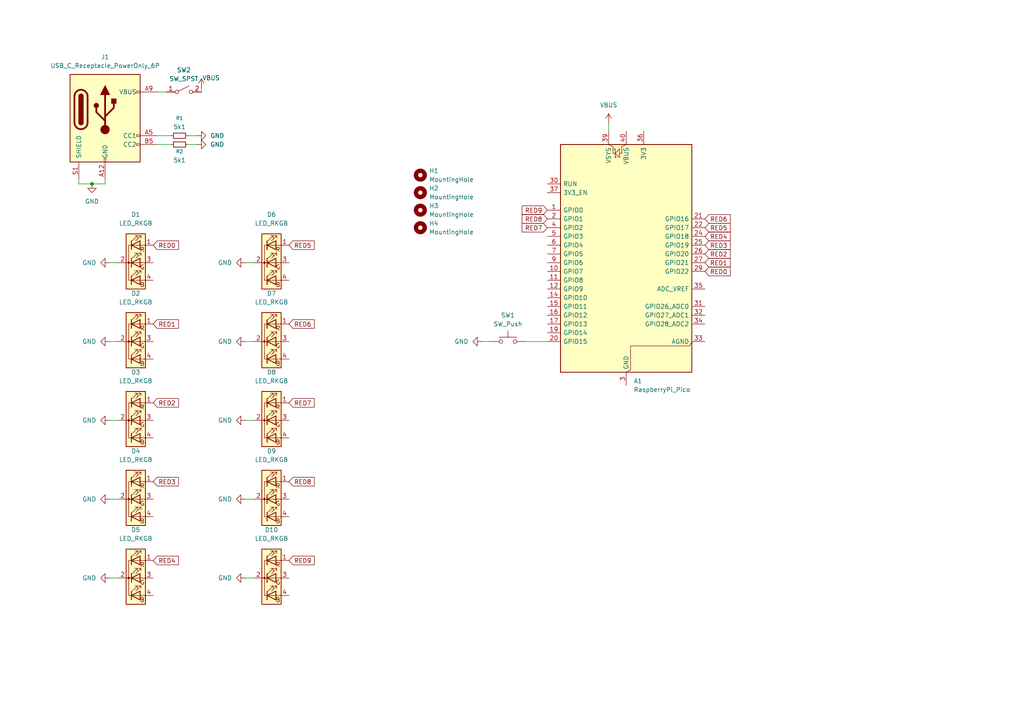
<source format=kicad_sch>
(kicad_sch (version 20250114) (generator "eeschema") (generator_version "9.0")
  (paper "A4")
  (lib_symbols
    (symbol "Connector:USB_C_Receptacle_PowerOnly_6P" (pin_names (offset 1.016))
      (property "Reference" "J" (at 0 16.51 0))
      (property "Value" "USB_C_Receptacle_PowerOnly_6P" (at 0 13.97 0))
      (symbol "USB_C_Receptacle_PowerOnly_6P_0_0"
        (rectangle (start -0.254 -12.7) (end 0.254 -11.684))
        (rectangle (start 10.16 7.874) (end 9.144 7.366))
        (rectangle (start 10.16 -4.826) (end 9.144 -5.334))
        (rectangle (start 10.16 -7.366) (end 9.144 -7.874))
      )
      (symbol "USB_C_Receptacle_PowerOnly_6P_0_1"
        (rectangle (start -10.16 12.7) (end 10.16 -12.7) (stroke (width 0.254)) (fill (type background)))
        (polyline (pts (xy -8.89 -1.27) (xy -8.89 6.35)) (stroke (width 0.508)))
        (rectangle (start -7.62 -1.27) (end -6.35 6.35) (stroke (width 0.254)) (fill (type outline)))
        (arc (start -7.62 6.35) (mid -6.985 6.9823) (end -6.35 6.35) (stroke (width 0.254)))
        (arc (start -7.62 6.35) (mid -6.985 6.9823) (end -6.35 6.35) (stroke (width 0.254)) (fill (type outline)))
        (arc (start -8.89 6.35) (mid -6.985 8.2467) (end -5.08 6.35) (stroke (width 0.508)))
        (arc (start -5.08 -1.27) (mid -6.985 -3.1667) (end -8.89 -1.27) (stroke (width 0.508)))
        (arc (start -6.35 -1.27) (mid -6.985 -1.9023) (end -7.62 -1.27) (stroke (width 0.254)))
        (arc (start -6.35 -1.27) (mid -6.985 -1.9023) (end -7.62 -1.27) (stroke (width 0.254)) (fill (type outline)))
        (polyline (pts (xy -5.08 6.35) (xy -5.08 -1.27)) (stroke (width 0.508)))
        (circle (center -2.54 3.683) (radius 0.635) (stroke (width 0.254)) (fill (type outline)))
        (polyline (pts (xy -1.27 6.858) (xy 0 9.398) (xy 1.27 6.858) (xy -1.27 6.858)) (stroke (width 0.254)) (fill (type outline)))
        (polyline (pts (xy 0 0.508) (xy 2.54 3.048) (xy 2.54 4.318)) (stroke (width 0.508)))
        (polyline (pts (xy 0 -0.762) (xy -2.54 1.778) (xy -2.54 3.048)) (stroke (width 0.508)))
        (polyline (pts (xy 0 -3.302) (xy 0 6.858)) (stroke (width 0.508)))
        (circle (center 0 -3.302) (radius 1.27) (fill (type outline)))
        (rectangle (start 1.905 4.318) (end 3.175 5.588) (stroke (width 0.254)) (fill (type outline)))
      )
      (symbol "USB_C_Receptacle_PowerOnly_6P_1_1"
        (pin passive line (at -7.62 -17.78 90) (length 5.08) (name "SHIELD") (number "S1"))
        (pin passive line (at 0 -17.78 90) (length 5.08) (name "GND") (number "A12"))
        (pin passive line (at 0 -17.78 90) (length 5.08) (hide yes) (name "GND") (number "B12"))
        (pin passive line (at 15.24 7.62 180) (length 5.08) (name "VBUS") (number "A9"))
        (pin passive line (at 15.24 7.62 180) (length 5.08) (hide yes) (name "VBUS") (number "B9"))
        (pin bidirectional line (at 15.24 -5.08 180) (length 5.08) (name "CC1") (number "A5"))
        (pin bidirectional line (at 15.24 -7.62 180) (length 5.08) (name "CC2") (number "B5"))
      )
    )
    (symbol "Device:LED_RKGB" (pin_names (offset 0) (hide yes))
      (property "Reference" "D" (at 0 9.398 0))
      (property "Value" "LED_RKGB" (at 0 -8.89 0))
      (symbol "LED_RKGB_0_0"
        (text "R" (at 1.905 3.81 0) (effects (font (size 1.27 1.27))))
        (text "G" (at 1.905 -1.27 0) (effects (font (size 1.27 1.27))))
        (text "B" (at 1.905 -6.35 0) (effects (font (size 1.27 1.27))))
      )
      (symbol "LED_RKGB_0_1"
        (circle (center -2.032 0) (radius 0.254) (fill (type outline)))
        (polyline (pts (xy -1.27 6.35) (xy -1.27 3.81)) (stroke (width 0.254)))
        (polyline (pts (xy -1.27 6.35) (xy -1.27 3.81) (xy -1.27 3.81)))
        (polyline (pts (xy -1.27 5.08) (xy 1.27 5.08)))
        (polyline (pts (xy -1.27 5.08) (xy -2.032 5.08) (xy -2.032 -5.08) (xy -1.016 -5.08)))
        (polyline (pts (xy -1.27 1.27) (xy -1.27 -1.27)) (stroke (width 0.254)))
        (polyline (pts (xy -1.27 1.27) (xy -1.27 -1.27) (xy -1.27 -1.27)))
        (polyline (pts (xy -1.27 0) (xy -2.54 0)))
        (polyline (pts (xy -1.27 -3.81) (xy -1.27 -6.35)) (stroke (width 0.254)))
        (polyline (pts (xy -1.27 -5.08) (xy 1.27 -5.08)))
        (polyline (pts (xy -1.016 6.35) (xy 0.508 7.874) (xy -0.254 7.874) (xy 0.508 7.874) (xy 0.508 7.112)))
        (polyline (pts (xy -1.016 1.27) (xy 0.508 2.794) (xy -0.254 2.794) (xy 0.508 2.794) (xy 0.508 2.032)))
        (polyline (pts (xy -1.016 -3.81) (xy 0.508 -2.286) (xy -0.254 -2.286) (xy 0.508 -2.286) (xy 0.508 -3.048)))
        (polyline (pts (xy 0 6.35) (xy 1.524 7.874) (xy 0.762 7.874) (xy 1.524 7.874) (xy 1.524 7.112)))
        (polyline (pts (xy 0 1.27) (xy 1.524 2.794) (xy 0.762 2.794) (xy 1.524 2.794) (xy 1.524 2.032)))
        (polyline (pts (xy 0 -3.81) (xy 1.524 -2.286) (xy 0.762 -2.286) (xy 1.524 -2.286) (xy 1.524 -3.048)))
        (polyline (pts (xy 1.27 6.35) (xy 1.27 3.81) (xy -1.27 5.08) (xy 1.27 6.35)) (stroke (width 0.254)))
        (rectangle (start 1.27 6.35) (end 1.27 6.35))
        (polyline (pts (xy 1.27 5.08) (xy 2.54 5.08)))
        (rectangle (start 1.27 3.81) (end 1.27 6.35))
        (polyline (pts (xy 1.27 1.27) (xy 1.27 -1.27) (xy -1.27 0) (xy 1.27 1.27)) (stroke (width 0.254)))
        (rectangle (start 1.27 1.27) (end 1.27 1.27))
        (polyline (pts (xy 1.27 0) (xy -1.27 0)))
        (polyline (pts (xy 1.27 0) (xy 2.54 0)))
        (rectangle (start 1.27 -1.27) (end 1.27 1.27))
        (polyline (pts (xy 1.27 -3.81) (xy 1.27 -6.35) (xy -1.27 -5.08) (xy 1.27 -3.81)) (stroke (width 0.254)))
        (polyline (pts (xy 1.27 -5.08) (xy 2.54 -5.08)))
        (rectangle (start 2.794 8.382) (end -2.794 -7.62) (stroke (width 0.254)) (fill (type background)))
      )
      (symbol "LED_RKGB_1_1"
        (pin passive line (at -5.08 0 0) (length 2.54) (name "K") (number "2"))
        (pin passive line (at 5.08 5.08 180) (length 2.54) (name "RA") (number "1"))
        (pin passive line (at 5.08 0 180) (length 2.54) (name "GA") (number "3"))
        (pin passive line (at 5.08 -5.08 180) (length 2.54) (name "BA") (number "4"))
      )
    )
    (symbol "Device:R_Small" (pin_numbers (hide yes)) (pin_names (offset 0.254) (hide yes))
      (property "Reference" "R" (at 0 0 90))
      (property "Value" "R_Small" (at 1.778 0 90))
      (symbol "R_Small_0_1"
        (rectangle (start -0.762 1.778) (end 0.762 -1.778) (stroke (width 0.2032)))
      )
      (symbol "R_Small_1_1"
        (pin passive line (at 0 2.54 270) (length 0.762) (name "~") (number "1"))
        (pin passive line (at 0 -2.54 90) (length 0.762) (name "~") (number "2"))
      )
    )
    (symbol "MCU_Module:RaspberryPi_Pico" (pin_names (offset 0.762))
      (property "Reference" "A" (at -19.05 35.56 0))
      (property "Value" "RaspberryPi_Pico" (at 7.62 35.56 0))
      (symbol "RaspberryPi_Pico_0_1"
        (rectangle (start -19.05 34.29) (end 19.05 -31.75) (stroke (width 0.254)) (fill (type background)))
        (polyline (pts (xy -5.08 34.29) (xy -3.81 33.655) (xy -3.81 31.75) (xy -3.175 31.75)))
        (polyline (pts (xy -3.429 32.766) (xy -3.429 33.02) (xy -3.175 33.02) (xy -3.175 30.48) (xy -2.921 30.48) (xy -2.921 30.734)))
        (polyline (pts (xy -3.175 31.75) (xy -1.905 33.02) (xy -1.905 30.48) (xy -3.175 31.75)))
        (polyline (pts (xy 0 34.29) (xy -1.27 33.655) (xy -1.27 31.75) (xy -1.905 31.75)))
        (polyline (pts (xy 0 -31.75) (xy 1.27 -31.115) (xy 1.27 -24.13) (xy 18.415 -24.13) (xy 19.05 -22.86)))
      )
      (symbol "RaspberryPi_Pico_1_1"
        (pin passive line (at -22.86 22.86 0) (length 3.81) (name "RUN") (number "30"))
        (pin passive line (at -22.86 20.32 0) (length 3.81) (name "3V3_EN") (number "37"))
        (pin bidirectional line (at -22.86 15.24 0) (length 3.81) (name "GPIO0") (number "1"))
        (pin bidirectional line (at -22.86 12.7 0) (length 3.81) (name "GPIO1") (number "2"))
        (pin bidirectional line (at -22.86 10.16 0) (length 3.81) (name "GPIO2") (number "4"))
        (pin bidirectional line (at -22.86 7.62 0) (length 3.81) (name "GPIO3") (number "5"))
        (pin bidirectional line (at -22.86 5.08 0) (length 3.81) (name "GPIO4") (number "6"))
        (pin bidirectional line (at -22.86 2.54 0) (length 3.81) (name "GPIO5") (number "7"))
        (pin bidirectional line (at -22.86 0 0) (length 3.81) (name "GPIO6") (number "9"))
        (pin bidirectional line (at -22.86 -2.54 0) (length 3.81) (name "GPIO7") (number "10"))
        (pin bidirectional line (at -22.86 -5.08 0) (length 3.81) (name "GPIO8") (number "11"))
        (pin bidirectional line (at -22.86 -7.62 0) (length 3.81) (name "GPIO9") (number "12"))
        (pin bidirectional line (at -22.86 -10.16 0) (length 3.81) (name "GPIO10") (number "14"))
        (pin bidirectional line (at -22.86 -12.7 0) (length 3.81) (name "GPIO11") (number "15"))
        (pin bidirectional line (at -22.86 -15.24 0) (length 3.81) (name "GPIO12") (number "16"))
        (pin bidirectional line (at -22.86 -17.78 0) (length 3.81) (name "GPIO13") (number "17"))
        (pin bidirectional line (at -22.86 -20.32 0) (length 3.81) (name "GPIO14") (number "19"))
        (pin bidirectional line (at -22.86 -22.86 0) (length 3.81) (name "GPIO15") (number "20"))
        (pin power_in line (at -5.08 38.1 270) (length 3.81) (name "VSYS") (number "39"))
        (pin power_out line (at 0 38.1 270) (length 3.81) (name "VBUS") (number "40"))
        (pin passive line (at 0 -35.56 90) (length 3.81) (hide yes) (name "GND") (number "13"))
        (pin passive line (at 0 -35.56 90) (length 3.81) (hide yes) (name "GND") (number "18"))
        (pin passive line (at 0 -35.56 90) (length 3.81) (hide yes) (name "GND") (number "23"))
        (pin passive line (at 0 -35.56 90) (length 3.81) (hide yes) (name "GND") (number "28"))
        (pin power_out line (at 0 -35.56 90) (length 3.81) (name "GND") (number "3"))
        (pin passive line (at 0 -35.56 90) (length 3.81) (hide yes) (name "GND") (number "38"))
        (pin passive line (at 0 -35.56 90) (length 3.81) (hide yes) (name "GND") (number "8"))
        (pin power_out line (at 5.08 38.1 270) (length 3.81) (name "3V3") (number "36"))
        (pin bidirectional line (at 22.86 12.7 180) (length 3.81) (name "GPIO16") (number "21"))
        (pin bidirectional line (at 22.86 10.16 180) (length 3.81) (name "GPIO17") (number "22"))
        (pin bidirectional line (at 22.86 7.62 180) (length 3.81) (name "GPIO18") (number "24"))
        (pin bidirectional line (at 22.86 5.08 180) (length 3.81) (name "GPIO19") (number "25"))
        (pin bidirectional line (at 22.86 2.54 180) (length 3.81) (name "GPIO20") (number "26"))
        (pin bidirectional line (at 22.86 0 180) (length 3.81) (name "GPIO21") (number "27"))
        (pin bidirectional line (at 22.86 -2.54 180) (length 3.81) (name "GPIO22") (number "29"))
        (pin power_in line (at 22.86 -7.62 180) (length 3.81) (name "ADC_VREF") (number "35"))
        (pin bidirectional line (at 22.86 -12.7 180) (length 3.81) (name "GPIO26_ADC0") (number "31"))
        (pin bidirectional line (at 22.86 -15.24 180) (length 3.81) (name "GPIO27_ADC1") (number "32"))
        (pin bidirectional line (at 22.86 -17.78 180) (length 3.81) (name "GPIO28_ADC2") (number "34"))
        (pin power_out line (at 22.86 -22.86 180) (length 3.81) (name "AGND") (number "33"))
      )
    )
    (symbol "Mechanical:MountingHole" (pin_names (offset 1.016)) (in_bom no)
      (property "Reference" "H" (at 0 5.08 0))
      (property "Value" "MountingHole" (at 0 3.175 0))
      (symbol "MountingHole_0_1"
        (circle (center 0 0) (radius 1.27) (stroke (width 1.27)))
      )
    )
    (symbol "Switch:SW_Push" (pin_numbers (hide yes)) (pin_names (offset 1.016) (hide yes))
      (property "Reference" "SW" (at 1.27 2.54 0))
      (property "Value" "SW_Push" (at 0 -1.524 0))
      (symbol "SW_Push_0_1"
        (circle (center -2.032 0) (radius 0.508))
        (polyline (pts (xy 0 1.27) (xy 0 3.048)))
        (circle (center 2.032 0) (radius 0.508))
        (polyline (pts (xy 2.54 1.27) (xy -2.54 1.27)))
        (pin passive line (at -5.08 0 0) (length 2.54) (name "1") (number "1"))
        (pin passive line (at 5.08 0 180) (length 2.54) (name "2") (number "2"))
      )
    )
    (symbol "Switch:SW_SPST" (pin_names (offset 0) (hide yes))
      (property "Reference" "SW" (at 0 3.175 0))
      (property "Value" "SW_SPST" (at 0 -2.54 0))
      (symbol "SW_SPST_0_0"
        (circle (center -2.032 0) (radius 0.508))
        (polyline (pts (xy -1.524 0.254) (xy 1.524 1.778)))
        (circle (center 2.032 0) (radius 0.508))
      )
      (symbol "SW_SPST_1_1"
        (pin passive line (at -5.08 0 0) (length 2.54) (name "A") (number "1"))
        (pin passive line (at 5.08 0 180) (length 2.54) (name "B") (number "2"))
      )
    )
    (symbol "power:GND" (power) (pin_numbers (hide yes)) (pin_names (offset 0) (hide yes))
      (property "Value" "GND" (at 0 -3.81 0))
      (symbol "GND_0_1"
        (polyline (pts (xy 0 0) (xy 0 -1.27) (xy 1.27 -1.27) (xy 0 -2.54) (xy -1.27 -1.27) (xy 0 -1.27)))
      )
      (symbol "GND_1_1"
        (pin power_in line (at 0 0 270) (length 0) (name "~") (number "1"))
      )
    )
    (symbol "power:VBUS" (power) (pin_numbers (hide yes)) (pin_names (offset 0) (hide yes))
      (property "Value" "VBUS" (at 0 3.556 0))
      (symbol "VBUS_0_1"
        (polyline (pts (xy -0.762 1.27) (xy 0 2.54)))
        (polyline (pts (xy 0 2.54) (xy 0.762 1.27)))
        (polyline (pts (xy 0 0) (xy 0 2.54)))
      )
      (symbol "VBUS_1_1"
        (pin power_in line (at 0 0 90) (length 0) (name "~") (number "1"))
      )
    )
  )
  (junction (at 26.67 53.34))
  (wire (pts (xy 73.66 99.06) (xy 71.12 99.06)))
  (wire (pts (xy 22.86 52.07) (xy 22.86 53.34)))
  (wire (pts (xy 22.86 53.34) (xy 26.67 53.34)))
  (wire (pts (xy 34.29 99.06) (xy 31.75 99.06)))
  (wire (pts (xy 34.29 167.64) (xy 31.75 167.64)))
  (wire (pts (xy 45.72 39.37) (xy 49.53 39.37)))
  (wire (pts (xy 34.29 144.78) (xy 31.75 144.78)))
  (wire (pts (xy 30.48 53.34) (xy 30.48 52.07)))
  (wire (pts (xy 73.66 76.2) (xy 71.12 76.2)))
  (wire (pts (xy 73.66 121.92) (xy 71.12 121.92)))
  (wire (pts (xy 34.29 121.92) (xy 31.75 121.92)))
  (wire (pts (xy 26.67 53.34) (xy 30.48 53.34)))
  (wire (pts (xy 158.75 99.06) (xy 152.4 99.06)))
  (wire (pts (xy 73.66 167.64) (xy 71.12 167.64)))
  (wire (pts (xy 34.29 76.2) (xy 31.75 76.2)))
  (wire (pts (xy 58.42 26.67) (xy 58.42 25.4)))
  (wire (pts (xy 54.61 39.37) (xy 57.15 39.37)))
  (wire (pts (xy 142.24 99.06) (xy 139.7 99.06)))
  (wire (pts (xy 73.66 144.78) (xy 71.12 144.78)))
  (wire (pts (xy 176.53 35.56) (xy 176.53 38.1)))
  (wire (pts (xy 45.72 41.91) (xy 49.53 41.91)))
  (wire (pts (xy 45.72 26.67) (xy 48.26 26.67)))
  (wire (pts (xy 54.61 41.91) (xy 57.15 41.91)))
  (global_label "RED0" (shape input) (at 44.45 71.12 0) (property "Intersheetrefs" "${INTERSHEET_REFS}" (effects (hide yes))))
  (global_label "RED2" (shape input) (at 204.47 73.66 0) (property "Intersheetrefs" "${INTERSHEET_REFS}" (effects (hide yes))))
  (global_label "RED6" (shape input) (at 204.47 63.5 0) (property "Intersheetrefs" "${INTERSHEET_REFS}" (effects (hide yes))))
  (global_label "RED2" (shape input) (at 44.45 116.84 0) (property "Intersheetrefs" "${INTERSHEET_REFS}" (effects (hide yes))))
  (global_label "RED4" (shape input) (at 204.47 68.58 0) (property "Intersheetrefs" "${INTERSHEET_REFS}" (effects (hide yes))))
  (global_label "RED7" (shape input) (at 83.82 116.84 0) (property "Intersheetrefs" "${INTERSHEET_REFS}" (effects (hide yes))))
  (global_label "RED3" (shape input) (at 204.47 71.12 0) (property "Intersheetrefs" "${INTERSHEET_REFS}" (effects (hide yes))))
  (global_label "RED4" (shape input) (at 44.45 162.56 0) (property "Intersheetrefs" "${INTERSHEET_REFS}" (effects (hide yes))))
  (global_label "RED5" (shape input) (at 83.82 71.12 0) (property "Intersheetrefs" "${INTERSHEET_REFS}" (effects (hide yes))))
  (global_label "RED7" (shape input) (at 158.75 66.04 180) (property "Intersheetrefs" "${INTERSHEET_REFS}" (effects (hide yes))))
  (global_label "RED1" (shape input) (at 204.47 76.2 0) (property "Intersheetrefs" "${INTERSHEET_REFS}" (effects (hide yes))))
  (global_label "RED6" (shape input) (at 83.82 93.98 0) (property "Intersheetrefs" "${INTERSHEET_REFS}" (effects (hide yes))))
  (global_label "RED3" (shape input) (at 44.45 139.7 0) (property "Intersheetrefs" "${INTERSHEET_REFS}" (effects (hide yes))))
  (global_label "RED0" (shape input) (at 204.47 78.74 0) (property "Intersheetrefs" "${INTERSHEET_REFS}" (effects (hide yes))))
  (global_label "RED8" (shape input) (at 158.75 63.5 180) (property "Intersheetrefs" "${INTERSHEET_REFS}" (effects (hide yes))))
  (global_label "RED9" (shape input) (at 158.75 60.96 180) (property "Intersheetrefs" "${INTERSHEET_REFS}" (effects (hide yes))))
  (global_label "RED8" (shape input) (at 83.82 139.7 0) (property "Intersheetrefs" "${INTERSHEET_REFS}" (effects (hide yes))))
  (global_label "RED1" (shape input) (at 44.45 93.98 0) (property "Intersheetrefs" "${INTERSHEET_REFS}" (effects (hide yes))))
  (global_label "RED5" (shape input) (at 204.47 66.04 0) (property "Intersheetrefs" "${INTERSHEET_REFS}" (effects (hide yes))))
  (global_label "RED9" (shape input) (at 83.82 162.56 0) (property "Intersheetrefs" "${INTERSHEET_REFS}" (effects (hide yes))))
  (symbol (lib_id "Device:LED_RKGB") (at 39.37 144.78 0) (unit 1)
    (property "Reference" "D4" (at 39.37 130.81 0))
    (property "Value" "LED_RKGB" (at 39.37 133.35 0))
    (property "Footprint" "LED_THT:LED_D5.0mm-4_RGB" (effects (hide yes)))
    (property "Description" "RGB LED, red/cathode/green/blue" (effects (hide yes)))
  )
  (symbol (lib_id "Device:LED_RKGB") (at 78.74 167.64 0) (unit 1)
    (property "Reference" "D10" (at 78.74 153.67 0))
    (property "Value" "LED_RKGB" (at 78.74 156.21 0))
    (property "Footprint" "LED_THT:LED_D5.0mm-4_RGB" (effects (hide yes)))
    (property "Description" "RGB LED, red/cathode/green/blue" (effects (hide yes)))
  )
  (symbol (lib_id "Mechanical:MountingHole") (at 121.92 66.04 0) (unit 1) (in_bom no)
    (property "Reference" "H4" (at 124.46 64.7699 0) (effects (justify left)))
    (property "Value" "MountingHole" (at 124.46 67.3099 0) (effects (justify left)))
    (property "Footprint" "MountingHole:MountingHole_3mm" (effects (hide yes)))
    (property "Description" "Mounting Hole without connection" (effects (hide yes)))
  )
  (symbol (lib_id "power:GND") (at 71.12 144.78 270) (unit 1)
    (property "Reference" "#PWR015" (effects (hide yes)))
    (property "Value" "GND" (at 67.31 144.7801 90) (effects (justify right)))
    (property "Description" "Power symbol creates a global label with name \"GND\" , ground" (effects (hide yes)))
  )
  (symbol (lib_id "power:GND") (at 26.67 53.34 0) (unit 1)
    (property "Reference" "#PWR03" (effects (hide yes)))
    (property "Value" "GND" (at 26.67 58.42 0))
    (property "Description" "Power symbol creates a global label with name \"GND\" , ground" (effects (hide yes)))
  )
  (symbol (lib_id "power:VBUS") (at 58.42 25.4 0) (unit 1)
    (property "Reference" "#PWR04" (effects (hide yes)))
    (property "Value" "VBUS" (at 61.214 22.606 0))
    (property "Description" "Power symbol creates a global label with name \"VBUS\"" (effects (hide yes)))
  )
  (symbol (lib_id "power:GND") (at 139.7 99.06 270) (unit 1)
    (property "Reference" "#PWR06" (effects (hide yes)))
    (property "Value" "GND" (at 135.89 99.0601 90) (effects (justify right)))
    (property "Description" "Power symbol creates a global label with name \"GND\" , ground" (effects (hide yes)))
  )
  (symbol (lib_id "Mechanical:MountingHole") (at 121.92 60.96 0) (unit 1) (in_bom no)
    (property "Reference" "H3" (at 124.46 59.6899 0) (effects (justify left)))
    (property "Value" "MountingHole" (at 124.46 62.2299 0) (effects (justify left)))
    (property "Footprint" "MountingHole:MountingHole_3mm" (effects (hide yes)))
    (property "Description" "Mounting Hole without connection" (effects (hide yes)))
  )
  (symbol (lib_id "Device:R_Small") (at 52.07 39.37 90) (unit 1)
    (property "Reference" "R1" (at 52.07 34.29 90) (effects (font (size 1.016 1.016))))
    (property "Value" "5k1" (at 52.07 36.83 90))
    (property "Footprint" "Resistor_SMD:R_1210_3225Metric_Pad1.30x2.65mm_HandSolder" (effects (hide yes)))
    (property "Description" "Resistor, small symbol" (effects (hide yes)))
  )
  (symbol (lib_id "Device:R_Small") (at 52.07 41.91 270) (unit 1)
    (property "Reference" "R2" (at 52.07 43.942 90) (effects (font (size 1.016 1.016))))
    (property "Value" "5k1" (at 52.07 46.482 90))
    (property "Footprint" "Resistor_SMD:R_1210_3225Metric_Pad1.30x2.65mm_HandSolder" (effects (hide yes)))
    (property "Description" "Resistor, small symbol" (effects (hide yes)))
  )
  (symbol (lib_id "Device:LED_RKGB") (at 78.74 144.78 0) (unit 1)
    (property "Reference" "D9" (at 78.74 130.81 0))
    (property "Value" "LED_RKGB" (at 78.74 133.35 0))
    (property "Footprint" "LED_THT:LED_D5.0mm-4_RGB" (effects (hide yes)))
    (property "Description" "RGB LED, red/cathode/green/blue" (effects (hide yes)))
  )
  (symbol (lib_id "Connector:USB_C_Receptacle_PowerOnly_6P") (at 30.48 34.29 0) (unit 1)
    (property "Reference" "J1" (at 30.48 16.51 0))
    (property "Value" "USB_C_Receptacle_PowerOnly_6P" (at 30.48 19.05 0))
    (property "Footprint" "Connector_USB:USB_C_Receptacle_GCT_USB4125-xx-x_6P_TopMnt_Horizontal" (effects (hide yes)))
    (property "Datasheet" "https://www.usb.org/sites/default/files/documents/usb_type-c.zip" (effects (hide yes)))
    (property "Description" "USB Power-Only 6P Type-C Receptacle connector" (effects (hide yes)))
  )
  (symbol (lib_id "power:GND") (at 31.75 144.78 270) (unit 1)
    (property "Reference" "#PWR010" (effects (hide yes)))
    (property "Value" "GND" (at 27.94 144.7801 90) (effects (justify right)))
    (property "Description" "Power symbol creates a global label with name \"GND\" , ground" (effects (hide yes)))
  )
  (symbol (lib_id "power:GND") (at 31.75 167.64 270) (unit 1)
    (property "Reference" "#PWR011" (effects (hide yes)))
    (property "Value" "GND" (at 27.94 167.6401 90) (effects (justify right)))
    (property "Description" "Power symbol creates a global label with name \"GND\" , ground" (effects (hide yes)))
  )
  (symbol (lib_id "Switch:SW_Push") (at 147.32 99.06 0) (unit 1)
    (property "Reference" "SW1" (at 147.32 91.44 0))
    (property "Value" "SW_Push" (at 147.32 93.98 0))
    (property "Footprint" "Button_Switch_THT:SW_PUSH_6mm_H4.3mm" (effects (hide yes)))
    (property "Description" "Push button switch, generic, two pins" (effects (hide yes)))
  )
  (symbol (lib_id "power:GND") (at 57.15 41.91 90) (unit 1)
    (property "Reference" "#PWR01" (effects (hide yes)))
    (property "Value" "GND" (at 60.96 41.9099 90) (effects (justify right)))
    (property "Description" "Power symbol creates a global label with name \"GND\" , ground" (effects (hide yes)))
  )
  (symbol (lib_id "Device:LED_RKGB") (at 39.37 76.2 0) (unit 1)
    (property "Reference" "D1" (at 39.37 62.23 0))
    (property "Value" "LED_RKGB" (at 39.37 64.77 0))
    (property "Footprint" "LED_THT:LED_D5.0mm-4_RGB" (effects (hide yes)))
    (property "Description" "RGB LED, red/cathode/green/blue" (effects (hide yes)))
  )
  (symbol (lib_id "Device:LED_RKGB") (at 78.74 121.92 0) (unit 1)
    (property "Reference" "D8" (at 78.74 107.95 0))
    (property "Value" "LED_RKGB" (at 78.74 110.49 0))
    (property "Footprint" "LED_THT:LED_D5.0mm-4_RGB" (effects (hide yes)))
    (property "Description" "RGB LED, red/cathode/green/blue" (effects (hide yes)))
  )
  (symbol (lib_id "MCU_Module:RaspberryPi_Pico") (at 181.61 76.2 0) (unit 1)
    (property "Reference" "A1" (at 183.7533 110.49 0) (effects (justify left)))
    (property "Value" "RaspberryPi_Pico" (at 183.7533 113.03 0) (effects (justify left)))
    (property "Footprint" "Module:RaspberryPi_Pico_Common_Unspecified" (effects (hide yes)))
    (property "Datasheet" "https://datasheets.raspberrypi.com/pico/pico-datasheet.pdf" (effects (hide yes)))
    (property "Description" "Versatile and inexpensive microcontroller module powered by RP2040 dual-core Arm Cortex-M0+ processor up to 133 MHz, 264kB SRAM, 2MB QSPI flash; also supports Raspberry Pi Pico 2" (effects (hide yes)))
  )
  (symbol (lib_id "Device:LED_RKGB") (at 39.37 121.92 0) (unit 1)
    (property "Reference" "D3" (at 39.37 107.95 0))
    (property "Value" "LED_RKGB" (at 39.37 110.49 0))
    (property "Footprint" "LED_THT:LED_D5.0mm-4_RGB" (effects (hide yes)))
    (property "Description" "RGB LED, red/cathode/green/blue" (effects (hide yes)))
  )
  (symbol (lib_id "power:GND") (at 31.75 121.92 270) (unit 1)
    (property "Reference" "#PWR09" (effects (hide yes)))
    (property "Value" "GND" (at 27.94 121.9201 90) (effects (justify right)))
    (property "Description" "Power symbol creates a global label with name \"GND\" , ground" (effects (hide yes)))
  )
  (symbol (lib_id "power:GND") (at 31.75 76.2 270) (unit 1)
    (property "Reference" "#PWR07" (effects (hide yes)))
    (property "Value" "GND" (at 27.94 76.2001 90) (effects (justify right)))
    (property "Description" "Power symbol creates a global label with name \"GND\" , ground" (effects (hide yes)))
  )
  (symbol (lib_id "Device:LED_RKGB") (at 39.37 99.06 0) (unit 1)
    (property "Reference" "D2" (at 39.37 85.09 0))
    (property "Value" "LED_RKGB" (at 39.37 87.63 0))
    (property "Footprint" "LED_THT:LED_D5.0mm-4_RGB" (effects (hide yes)))
    (property "Description" "RGB LED, red/cathode/green/blue" (effects (hide yes)))
  )
  (symbol (lib_id "power:GND") (at 71.12 76.2 270) (unit 1)
    (property "Reference" "#PWR012" (effects (hide yes)))
    (property "Value" "GND" (at 67.31 76.2001 90) (effects (justify right)))
    (property "Description" "Power symbol creates a global label with name \"GND\" , ground" (effects (hide yes)))
  )
  (symbol (lib_id "Device:LED_RKGB") (at 39.37 167.64 0) (unit 1)
    (property "Reference" "D5" (at 39.37 153.67 0))
    (property "Value" "LED_RKGB" (at 39.37 156.21 0))
    (property "Footprint" "LED_THT:LED_D5.0mm-4_RGB" (effects (hide yes)))
    (property "Description" "RGB LED, red/cathode/green/blue" (effects (hide yes)))
  )
  (symbol (lib_id "power:GND") (at 71.12 99.06 270) (unit 1)
    (property "Reference" "#PWR013" (effects (hide yes)))
    (property "Value" "GND" (at 67.31 99.0601 90) (effects (justify right)))
    (property "Description" "Power symbol creates a global label with name \"GND\" , ground" (effects (hide yes)))
  )
  (symbol (lib_id "power:GND") (at 71.12 167.64 270) (unit 1)
    (property "Reference" "#PWR016" (effects (hide yes)))
    (property "Value" "GND" (at 67.31 167.6401 90) (effects (justify right)))
    (property "Description" "Power symbol creates a global label with name \"GND\" , ground" (effects (hide yes)))
  )
  (symbol (lib_id "power:GND") (at 31.75 99.06 270) (unit 1)
    (property "Reference" "#PWR08" (effects (hide yes)))
    (property "Value" "GND" (at 27.94 99.0601 90) (effects (justify right)))
    (property "Description" "Power symbol creates a global label with name \"GND\" , ground" (effects (hide yes)))
  )
  (symbol (lib_id "power:VBUS") (at 176.53 35.56 0) (unit 1)
    (property "Reference" "#PWR05" (effects (hide yes)))
    (property "Value" "VBUS" (at 176.53 30.48 0))
    (property "Description" "Power symbol creates a global label with name \"VBUS\"" (effects (hide yes)))
  )
  (symbol (lib_id "power:GND") (at 57.15 39.37 90) (unit 1)
    (property "Reference" "#PWR02" (effects (hide yes)))
    (property "Value" "GND" (at 60.96 39.3699 90) (effects (justify right)))
    (property "Description" "Power symbol creates a global label with name \"GND\" , ground" (effects (hide yes)))
  )
  (symbol (lib_id "Mechanical:MountingHole") (at 121.92 55.88 0) (unit 1) (in_bom no)
    (property "Reference" "H2" (at 124.46 54.6099 0) (effects (justify left)))
    (property "Value" "MountingHole" (at 124.46 57.1499 0) (effects (justify left)))
    (property "Footprint" "MountingHole:MountingHole_3mm" (effects (hide yes)))
    (property "Description" "Mounting Hole without connection" (effects (hide yes)))
  )
  (symbol (lib_id "Mechanical:MountingHole") (at 121.92 50.8 0) (unit 1) (in_bom no)
    (property "Reference" "H1" (at 124.46 49.5299 0) (effects (justify left)))
    (property "Value" "MountingHole" (at 124.46 52.0699 0) (effects (justify left)))
    (property "Footprint" "MountingHole:MountingHole_3mm" (effects (hide yes)))
    (property "Description" "Mounting Hole without connection" (effects (hide yes)))
  )
  (symbol (lib_id "Switch:SW_SPST") (at 53.34 26.67 0) (unit 1)
    (property "Reference" "SW2" (at 53.34 20.32 0))
    (property "Value" "SW_SPST" (at 53.34 22.86 0))
    (property "Footprint" "Button_Switch_THT:SW_DIP_SPSTx01_Slide_6.7x4.1mm_W7.62mm_P2.54mm_LowProfile" (effects (hide yes)))
    (property "Description" "Single Pole Single Throw (SPST) switch" (effects (hide yes)))
  )
  (symbol (lib_id "power:GND") (at 71.12 121.92 270) (unit 1)
    (property "Reference" "#PWR014" (effects (hide yes)))
    (property "Value" "GND" (at 67.31 121.9201 90) (effects (justify right)))
    (property "Description" "Power symbol creates a global label with name \"GND\" , ground" (effects (hide yes)))
  )
  (symbol (lib_id "Device:LED_RKGB") (at 78.74 76.2 0) (unit 1)
    (property "Reference" "D6" (at 78.74 62.23 0))
    (property "Value" "LED_RKGB" (at 78.74 64.77 0))
    (property "Footprint" "LED_THT:LED_D5.0mm-4_RGB" (effects (hide yes)))
    (property "Description" "RGB LED, red/cathode/green/blue" (effects (hide yes)))
  )
  (symbol (lib_id "Device:LED_RKGB") (at 78.74 99.06 0) (unit 1)
    (property "Reference" "D7" (at 78.74 85.09 0))
    (property "Value" "LED_RKGB" (at 78.74 87.63 0))
    (property "Footprint" "LED_THT:LED_D5.0mm-4_RGB" (effects (hide yes)))
    (property "Description" "RGB LED, red/cathode/green/blue" (effects (hide yes)))
  )
)
</source>
